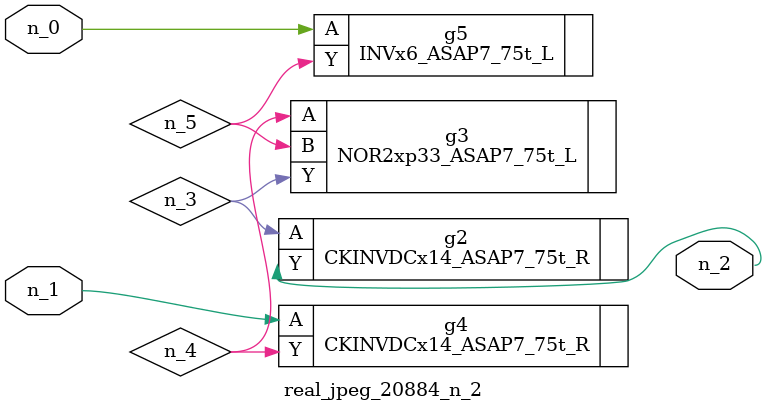
<source format=v>
module real_jpeg_20884_n_2 (n_1, n_0, n_2);

input n_1;
input n_0;

output n_2;

wire n_5;
wire n_4;
wire n_3;

INVx6_ASAP7_75t_L g5 ( 
.A(n_0),
.Y(n_5)
);

CKINVDCx14_ASAP7_75t_R g4 ( 
.A(n_1),
.Y(n_4)
);

CKINVDCx14_ASAP7_75t_R g2 ( 
.A(n_3),
.Y(n_2)
);

NOR2xp33_ASAP7_75t_L g3 ( 
.A(n_4),
.B(n_5),
.Y(n_3)
);


endmodule
</source>
